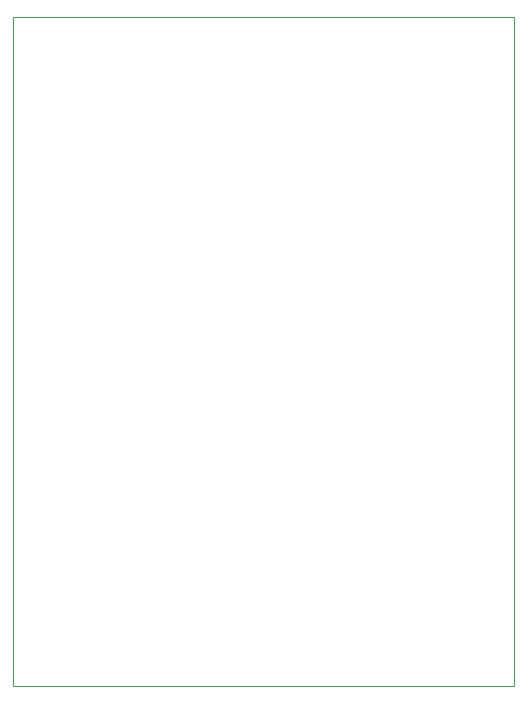
<source format=gbr>
%TF.GenerationSoftware,KiCad,Pcbnew,7.0.1*%
%TF.CreationDate,2023-04-24T16:46:27+02:00*%
%TF.ProjectId,STS,5354532e-6b69-4636-9164-5f7063625858,rev?*%
%TF.SameCoordinates,Original*%
%TF.FileFunction,Profile,NP*%
%FSLAX46Y46*%
G04 Gerber Fmt 4.6, Leading zero omitted, Abs format (unit mm)*
G04 Created by KiCad (PCBNEW 7.0.1) date 2023-04-24 16:46:27*
%MOMM*%
%LPD*%
G01*
G04 APERTURE LIST*
%TA.AperFunction,Profile*%
%ADD10C,0.100000*%
%TD*%
G04 APERTURE END LIST*
D10*
X99000000Y-60400000D02*
X141400000Y-60400000D01*
X141400000Y-117000000D01*
X99000000Y-117000000D01*
X99000000Y-60400000D01*
M02*

</source>
